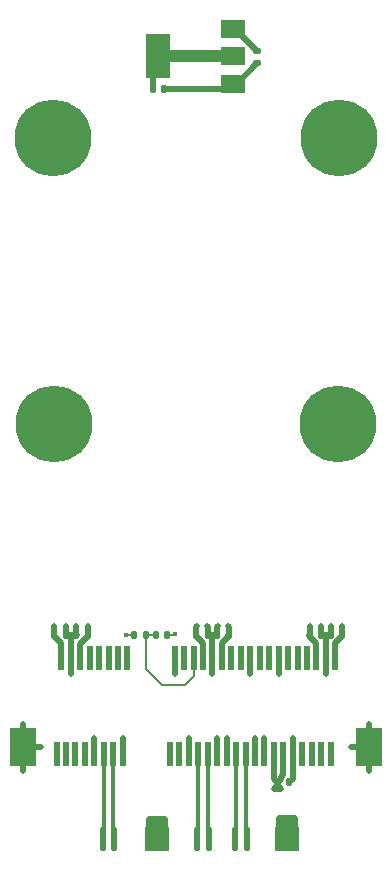
<source format=gtl>
%TF.GenerationSoftware,KiCad,Pcbnew,7.0.11-2.fc39*%
%TF.CreationDate,2024-03-16T22:06:28+01:00*%
%TF.ProjectId,mini-pcie-breakout,6d696e69-2d70-4636-9965-2d627265616b,rev?*%
%TF.SameCoordinates,Original*%
%TF.FileFunction,Copper,L1,Top*%
%TF.FilePolarity,Positive*%
%FSLAX46Y46*%
G04 Gerber Fmt 4.6, Leading zero omitted, Abs format (unit mm)*
G04 Created by KiCad (PCBNEW 7.0.11-2.fc39) date 2024-03-16 22:06:28*
%MOMM*%
%LPD*%
G01*
G04 APERTURE LIST*
G04 Aperture macros list*
%AMRoundRect*
0 Rectangle with rounded corners*
0 $1 Rounding radius*
0 $2 $3 $4 $5 $6 $7 $8 $9 X,Y pos of 4 corners*
0 Add a 4 corners polygon primitive as box body*
4,1,4,$2,$3,$4,$5,$6,$7,$8,$9,$2,$3,0*
0 Add four circle primitives for the rounded corners*
1,1,$1+$1,$2,$3*
1,1,$1+$1,$4,$5*
1,1,$1+$1,$6,$7*
1,1,$1+$1,$8,$9*
0 Add four rect primitives between the rounded corners*
20,1,$1+$1,$2,$3,$4,$5,0*
20,1,$1+$1,$4,$5,$6,$7,0*
20,1,$1+$1,$6,$7,$8,$9,0*
20,1,$1+$1,$8,$9,$2,$3,0*%
G04 Aperture macros list end*
%TA.AperFunction,SMDPad,CuDef*%
%ADD10R,2.000000X2.000000*%
%TD*%
%TA.AperFunction,SMDPad,CuDef*%
%ADD11RoundRect,0.125000X-0.125000X-0.875000X0.125000X-0.875000X0.125000X0.875000X-0.125000X0.875000X0*%
%TD*%
%TA.AperFunction,SMDPad,CuDef*%
%ADD12RoundRect,0.140000X-0.140000X-0.170000X0.140000X-0.170000X0.140000X0.170000X-0.140000X0.170000X0*%
%TD*%
%TA.AperFunction,SMDPad,CuDef*%
%ADD13RoundRect,0.140000X-0.170000X0.140000X-0.170000X-0.140000X0.170000X-0.140000X0.170000X0.140000X0*%
%TD*%
%TA.AperFunction,SMDPad,CuDef*%
%ADD14R,2.300000X3.200000*%
%TD*%
%TA.AperFunction,SMDPad,CuDef*%
%ADD15R,0.600000X2.000000*%
%TD*%
%TA.AperFunction,SMDPad,CuDef*%
%ADD16RoundRect,0.135000X-0.135000X-0.185000X0.135000X-0.185000X0.135000X0.185000X-0.135000X0.185000X0*%
%TD*%
%TA.AperFunction,SMDPad,CuDef*%
%ADD17R,2.000000X1.500000*%
%TD*%
%TA.AperFunction,SMDPad,CuDef*%
%ADD18R,2.000000X3.800000*%
%TD*%
%TA.AperFunction,SMDPad,CuDef*%
%ADD19RoundRect,0.140000X0.140000X0.170000X-0.140000X0.170000X-0.140000X-0.170000X0.140000X-0.170000X0*%
%TD*%
%TA.AperFunction,ComponentPad*%
%ADD20C,6.500000*%
%TD*%
%TA.AperFunction,ViaPad*%
%ADD21C,0.450000*%
%TD*%
%TA.AperFunction,Conductor*%
%ADD22C,0.500000*%
%TD*%
%TA.AperFunction,Conductor*%
%ADD23C,0.127000*%
%TD*%
%TA.AperFunction,Conductor*%
%ADD24C,1.000000*%
%TD*%
%TA.AperFunction,Conductor*%
%ADD25C,0.250000*%
%TD*%
%TA.AperFunction,Conductor*%
%ADD26C,0.300000*%
%TD*%
G04 APERTURE END LIST*
D10*
%TO.P,TP2,1,1*%
%TO.N,GND*%
X56750000Y-98000000D03*
%TD*%
D11*
%TO.P,J4,1,Pin_1*%
%TO.N,/CLK-*%
X52150000Y-98000000D03*
%TO.P,J4,2,Pin_2*%
%TO.N,/CLK+*%
X53150000Y-98000000D03*
%TD*%
D12*
%TO.P,C5,1*%
%TO.N,+3V3*%
X48070000Y-80700000D03*
%TO.P,C5,2*%
%TO.N,GND*%
X49030000Y-80700000D03*
%TD*%
D11*
%TO.P,J3,1,Pin_1*%
%TO.N,/TX-*%
X63350000Y-98000000D03*
%TO.P,J3,2,Pin_2*%
%TO.N,/TX+*%
X64350000Y-98000000D03*
%TD*%
D12*
%TO.P,C2,1*%
%TO.N,+1V5*%
X69670000Y-80700000D03*
%TO.P,C2,2*%
%TO.N,GND*%
X70630000Y-80700000D03*
%TD*%
D13*
%TO.P,C8,1*%
%TO.N,+3V3*%
X65250000Y-31290000D03*
%TO.P,C8,2*%
%TO.N,GND*%
X65250000Y-32250000D03*
%TD*%
D14*
%TO.P,J1,MP,MP*%
%TO.N,GND*%
X74700000Y-90200000D03*
X45400000Y-90200000D03*
D15*
%TO.P,J1,52,+3V3AUX*%
%TO.N,+3V3*%
X71850000Y-82600000D03*
%TO.P,J1,51,Reserved*%
%TO.N,unconnected-(J1-Reserved-Pad51)*%
X71450000Y-90800000D03*
%TO.P,J1,50,GND*%
%TO.N,GND*%
X71050000Y-82600000D03*
%TO.P,J1,49,Reserved*%
%TO.N,unconnected-(J1-Reserved-Pad49)*%
X70650000Y-90800000D03*
%TO.P,J1,48,+1V5*%
%TO.N,+1V5*%
X70250000Y-82600000D03*
%TO.P,J1,47,Reserved*%
%TO.N,unconnected-(J1-Reserved-Pad47)*%
X69850000Y-90800000D03*
%TO.P,J1,46,~{LED_WPAN}*%
%TO.N,unconnected-(J1-~{LED_WPAN}-Pad46)*%
X69450000Y-82600000D03*
%TO.P,J1,45,Reserved*%
%TO.N,unconnected-(J1-Reserved-Pad45)*%
X69050000Y-90800000D03*
%TO.P,J1,44,~{LED_WLAN}*%
%TO.N,unconnected-(J1-~{LED_WLAN}-Pad44)*%
X68650000Y-82600000D03*
%TO.P,J1,43,GND*%
%TO.N,GND*%
X68250000Y-90800000D03*
%TO.P,J1,42,~{LED_WWAN}*%
%TO.N,unconnected-(J1-~{LED_WWAN}-Pad42)*%
X67850000Y-82600000D03*
%TO.P,J1,41,+3V3AUX*%
%TO.N,+3V3*%
X67450000Y-90800000D03*
%TO.P,J1,40,GND*%
%TO.N,GND*%
X67050000Y-82600000D03*
%TO.P,J1,39,+3V3AUX*%
%TO.N,+3V3*%
X66650000Y-90800000D03*
%TO.P,J1,38,USB_D+*%
%TO.N,unconnected-(J1-USB_D+-Pad38)*%
X66250000Y-82600000D03*
%TO.P,J1,37,GND*%
%TO.N,GND*%
X65850000Y-90800000D03*
%TO.P,J1,36,USB_D-*%
%TO.N,unconnected-(J1-USB_D--Pad36)*%
X65450000Y-82600000D03*
%TO.P,J1,35,GND*%
%TO.N,GND*%
X65050000Y-90800000D03*
%TO.P,J1,34,GND*%
X64650000Y-82600000D03*
%TO.P,J1,33,PETp0*%
%TO.N,/TX+*%
X64250000Y-90800000D03*
%TO.P,J1,32,SMB_DATA*%
%TO.N,unconnected-(J1-SMB_DATA-Pad32)*%
X63850000Y-82600000D03*
%TO.P,J1,31,PETn0*%
%TO.N,/TX-*%
X63450000Y-90800000D03*
%TO.P,J1,30,SMB_CLK*%
%TO.N,unconnected-(J1-SMB_CLK-Pad30)*%
X63050000Y-82600000D03*
%TO.P,J1,29,GND*%
%TO.N,GND*%
X62650000Y-90800000D03*
%TO.P,J1,28,+1V5*%
%TO.N,+1V5*%
X62250000Y-82600000D03*
%TO.P,J1,27,GND*%
%TO.N,GND*%
X61850000Y-90800000D03*
%TO.P,J1,26,GND*%
X61450000Y-82600000D03*
%TO.P,J1,25,PERp0*%
%TO.N,/RX+*%
X61050000Y-90800000D03*
%TO.P,J1,24,+3V3AUX*%
%TO.N,+3V3*%
X60650000Y-82600000D03*
%TO.P,J1,23,PERn0*%
%TO.N,/RX-*%
X60250000Y-90800000D03*
%TO.P,J1,22,~{PERST}*%
%TO.N,Net-(J1-~{PERST})*%
X59850000Y-82600000D03*
%TO.P,J1,21,GND*%
%TO.N,GND*%
X59450000Y-90800000D03*
%TO.P,J1,20,~{W_DISABLE}*%
%TO.N,unconnected-(J1-~{W_DISABLE}-Pad20)*%
X59050000Y-82600000D03*
%TO.P,J1,19,UIM_C4*%
%TO.N,unconnected-(J1-UIM_C4-Pad19)*%
X58650000Y-90800000D03*
%TO.P,J1,18,GND*%
%TO.N,GND*%
X58250000Y-82600000D03*
%TO.P,J1,17,UIM_C8*%
%TO.N,unconnected-(J1-UIM_C8-Pad17)*%
X57850000Y-90800000D03*
%TO.P,J1,16,UIM_VPP*%
%TO.N,unconnected-(J1-UIM_VPP-Pad16)*%
X54250000Y-82600000D03*
%TO.P,J1,15,GND*%
%TO.N,GND*%
X53850000Y-90800000D03*
%TO.P,J1,14,~{UIM_RESET}*%
%TO.N,unconnected-(J1-~{UIM_RESET}-Pad14)*%
X53450000Y-82600000D03*
%TO.P,J1,13,REFCLK+*%
%TO.N,/CLK+*%
X53050000Y-90800000D03*
%TO.P,J1,12,UIM_CLK*%
%TO.N,unconnected-(J1-UIM_CLK-Pad12)*%
X52650000Y-82600000D03*
%TO.P,J1,11,REFCLK-*%
%TO.N,/CLK-*%
X52250000Y-90800000D03*
%TO.P,J1,10,UIM_DATA*%
%TO.N,unconnected-(J1-UIM_DATA-Pad10)*%
X51850000Y-82600000D03*
%TO.P,J1,9,GND*%
%TO.N,GND*%
X51450000Y-90800000D03*
%TO.P,J1,8,UIM_PWR*%
%TO.N,unconnected-(J1-UIM_PWR-Pad8)*%
X51050000Y-82600000D03*
%TO.P,J1,7,~{CLKREQ}*%
%TO.N,unconnected-(J1-~{CLKREQ}-Pad7)*%
X50650000Y-90800000D03*
%TO.P,J1,6,+1V5*%
%TO.N,+1V5*%
X50250000Y-82600000D03*
%TO.P,J1,5,COEX2*%
%TO.N,unconnected-(J1-COEX2-Pad5)*%
X49850000Y-90800000D03*
%TO.P,J1,4,GND*%
%TO.N,GND*%
X49450000Y-82600000D03*
%TO.P,J1,3,COEX1*%
%TO.N,unconnected-(J1-COEX1-Pad3)*%
X49050000Y-90800000D03*
%TO.P,J1,2,+3V3AUX*%
%TO.N,+3V3*%
X48650000Y-82600000D03*
%TO.P,J1,1,~{WAKE}*%
%TO.N,unconnected-(J1-~{WAKE}-Pad1)*%
X48250000Y-90800000D03*
%TD*%
D10*
%TO.P,TP1,1,1*%
%TO.N,+3V3*%
X67750000Y-98000000D03*
%TD*%
D12*
%TO.P,C10,1*%
%TO.N,Net-(J1-~{PERST})*%
X56670000Y-80700000D03*
%TO.P,C10,2*%
%TO.N,GND*%
X57630000Y-80700000D03*
%TD*%
D16*
%TO.P,R1,1*%
%TO.N,+3V3*%
X54800000Y-80710000D03*
%TO.P,R1,2*%
%TO.N,Net-(J1-~{PERST})*%
X55820000Y-80710000D03*
%TD*%
D17*
%TO.P,U1,1,GND*%
%TO.N,GND*%
X63150000Y-34000000D03*
D18*
%TO.P,U1,2,VO*%
%TO.N,+1V5*%
X56850000Y-31700000D03*
D17*
X63150000Y-31700000D03*
%TO.P,U1,3,VI*%
%TO.N,+3V3*%
X63150000Y-29400000D03*
%TD*%
D12*
%TO.P,C1,1*%
%TO.N,+3V3*%
X60070000Y-80700000D03*
%TO.P,C1,2*%
%TO.N,GND*%
X61030000Y-80700000D03*
%TD*%
%TO.P,C9,1*%
%TO.N,+1V5*%
X56389999Y-34500000D03*
%TO.P,C9,2*%
%TO.N,GND*%
X57349999Y-34500000D03*
%TD*%
%TO.P,C4,1*%
%TO.N,+3V3*%
X66970000Y-93150000D03*
%TO.P,C4,2*%
%TO.N,GND*%
X67930000Y-93150000D03*
%TD*%
D11*
%TO.P,J2,1,Pin_1*%
%TO.N,/RX-*%
X60150000Y-98000000D03*
%TO.P,J2,2,Pin_2*%
%TO.N,/RX+*%
X61150000Y-98000000D03*
%TD*%
D19*
%TO.P,C6,1*%
%TO.N,+1V5*%
X62830000Y-80700000D03*
%TO.P,C6,2*%
%TO.N,GND*%
X61870000Y-80700000D03*
%TD*%
D20*
%TO.P,H3,1,1*%
%TO.N,GND*%
X72100000Y-62800000D03*
%TD*%
D19*
%TO.P,C3,1*%
%TO.N,+3V3*%
X72430000Y-80700000D03*
%TO.P,C3,2*%
%TO.N,GND*%
X71470000Y-80700000D03*
%TD*%
%TO.P,C7,1*%
%TO.N,+1V5*%
X50880000Y-80700000D03*
%TO.P,C7,2*%
%TO.N,GND*%
X49920000Y-80700000D03*
%TD*%
D20*
%TO.P,H4,1,1*%
%TO.N,GND*%
X48000000Y-62800000D03*
%TD*%
%TO.P,H2,1,1*%
%TO.N,GND*%
X47950000Y-38650000D03*
%TD*%
%TO.P,H1,1,1*%
%TO.N,GND*%
X72150000Y-38650000D03*
%TD*%
D21*
%TO.N,+3V3*%
X63900000Y-29900000D03*
X54150000Y-80700000D03*
X63150000Y-29400000D03*
X67450000Y-96700000D03*
X67750000Y-96200000D03*
X68400000Y-96200000D03*
X66650000Y-93750000D03*
X72400000Y-79950000D03*
X67100000Y-96200000D03*
X67250000Y-93750000D03*
X68100000Y-96700000D03*
X48050000Y-79950000D03*
X62400000Y-28900000D03*
X60100000Y-79950000D03*
%TO.N,GND*%
X70600000Y-79950000D03*
X49900000Y-79950000D03*
X45400000Y-88200000D03*
X63150000Y-34000000D03*
X62650000Y-89400000D03*
X65050000Y-89400000D03*
X63900000Y-34500000D03*
X57100000Y-96750000D03*
X45400000Y-92200000D03*
X62400000Y-33500000D03*
X56450000Y-96750000D03*
X64650000Y-84000000D03*
X58300000Y-80650000D03*
X49450000Y-84000000D03*
X51450000Y-89400000D03*
X68250000Y-89400000D03*
X56100000Y-96250000D03*
X71500000Y-79950000D03*
X56750000Y-96250000D03*
X59450000Y-89400000D03*
X57400000Y-96250000D03*
X53850000Y-89400000D03*
X65850000Y-89400000D03*
X71050000Y-84000000D03*
X61900000Y-79950000D03*
X49050000Y-79950000D03*
X61000000Y-79950000D03*
X74700000Y-88200000D03*
X67050000Y-84000000D03*
X74700000Y-92200000D03*
X58250000Y-84000000D03*
X46950000Y-90200000D03*
X73150000Y-90200000D03*
X61450000Y-84000000D03*
X61850000Y-89400000D03*
%TO.N,+1V5*%
X69700000Y-79950000D03*
X56100000Y-30050000D03*
X57600000Y-32650000D03*
X57600000Y-33350000D03*
X62800000Y-79950000D03*
X50900000Y-79950000D03*
X57599999Y-31700000D03*
X56100000Y-30750000D03*
X56099999Y-31700000D03*
X56100000Y-33350000D03*
X56100000Y-32650000D03*
X57600000Y-30750000D03*
X57600000Y-30050000D03*
%TD*%
D22*
%TO.N,+3V3*%
X67450000Y-96700000D02*
X67450000Y-97500000D01*
X72430000Y-79980000D02*
X72400000Y-79950000D01*
X67750000Y-96200000D02*
X68100000Y-96200000D01*
X68400000Y-96200000D02*
X68400000Y-97550000D01*
X48650000Y-82600000D02*
X48650000Y-81400000D01*
X67250000Y-93750000D02*
X66650000Y-93750000D01*
X60070000Y-80700000D02*
X60070000Y-79980000D01*
X48070000Y-79970000D02*
X48050000Y-79950000D01*
X68100000Y-96200000D02*
X68400000Y-96200000D01*
X60650000Y-82600000D02*
X60650000Y-81400000D01*
X67750000Y-97950000D02*
X67750000Y-96200000D01*
X67450000Y-92550000D02*
X67250000Y-92750000D01*
X66970000Y-93150000D02*
X66970000Y-93470000D01*
X66970000Y-93430000D02*
X66650000Y-93750000D01*
X48070000Y-80700000D02*
X48070000Y-79970000D01*
X68100000Y-96700000D02*
X68100000Y-98050000D01*
X67450000Y-96200000D02*
X67450000Y-96700000D01*
X66970000Y-93150000D02*
X66970000Y-93430000D01*
X63350000Y-29400000D02*
X63150000Y-29400000D01*
X63600000Y-29650000D02*
X63350000Y-29400000D01*
X72430000Y-80700000D02*
X72430000Y-79980000D01*
X60070000Y-79980000D02*
X60100000Y-79950000D01*
X66970000Y-93470000D02*
X67250000Y-93750000D01*
X67750000Y-97950000D02*
X67750000Y-97900000D01*
X67450000Y-96200000D02*
X67100000Y-96200000D01*
X66970000Y-93130000D02*
X67250000Y-92850000D01*
X60050000Y-80800000D02*
X60050000Y-80700000D01*
X66970000Y-93150000D02*
X66970000Y-93130000D01*
X67250000Y-92750000D02*
X67250000Y-92850000D01*
X67750000Y-97900000D02*
X67750000Y-97850000D01*
X68100000Y-96200000D02*
X68100000Y-96700000D01*
X67100000Y-96200000D02*
X67100000Y-97750000D01*
X48050000Y-80800000D02*
X48050000Y-80700000D01*
X48650000Y-81400000D02*
X48050000Y-80800000D01*
D23*
X54800000Y-80710000D02*
X54160000Y-80710000D01*
D22*
X60650000Y-81400000D02*
X60050000Y-80800000D01*
X67750000Y-96200000D02*
X67450000Y-96200000D01*
X65240000Y-31290000D02*
X63600000Y-29650000D01*
X66650000Y-92850000D02*
X66950000Y-93150000D01*
X71850000Y-81400000D02*
X72450000Y-80800000D01*
X71850000Y-82600000D02*
X71850000Y-81400000D01*
D23*
X54160000Y-80710000D02*
X54150000Y-80700000D01*
D22*
X65250000Y-31290000D02*
X65240000Y-31290000D01*
X67450000Y-90800000D02*
X67450000Y-92550000D01*
X72450000Y-80800000D02*
X72450000Y-80700000D01*
X66650000Y-90800000D02*
X66650000Y-92850000D01*
%TO.N,GND*%
X45400000Y-90200000D02*
X45400000Y-88200000D01*
X45400000Y-90200000D02*
X46950000Y-90200000D01*
X45400000Y-90200000D02*
X45400000Y-92200000D01*
X67050000Y-82600000D02*
X67050000Y-84000000D01*
X70630000Y-79980000D02*
X70600000Y-79950000D01*
X56100000Y-96250000D02*
X56100000Y-97800000D01*
X49450000Y-82600000D02*
X49450000Y-80700000D01*
X62650000Y-90800000D02*
X62650000Y-89400000D01*
X61030000Y-80700000D02*
X61030000Y-79980000D01*
X57400000Y-96250000D02*
X57400000Y-97600000D01*
X53850000Y-90800000D02*
X53850000Y-89400000D01*
X51450000Y-90800000D02*
X51450000Y-89400000D01*
X49030000Y-80700000D02*
X49950000Y-80700000D01*
X58250000Y-82600000D02*
X58250000Y-84000000D01*
X56450000Y-96250000D02*
X56100000Y-96250000D01*
X56750000Y-96250000D02*
X57100000Y-96250000D01*
X68250000Y-90800000D02*
X68250000Y-92850000D01*
X63500000Y-34000000D02*
X63150000Y-34000000D01*
X63150000Y-34000000D02*
X63100000Y-34000000D01*
X74700000Y-90200000D02*
X73150000Y-90200000D01*
D23*
X58250000Y-80700000D02*
X58300000Y-80650000D01*
D22*
X56750000Y-98000000D02*
X56750000Y-96250000D01*
X56750000Y-96250000D02*
X56450000Y-96250000D01*
X68250000Y-92850000D02*
X67950000Y-93150000D01*
X49920000Y-79970000D02*
X49900000Y-79950000D01*
X56450000Y-96250000D02*
X56450000Y-96750000D01*
X74700000Y-90200000D02*
X74700000Y-92200000D01*
X57100000Y-96750000D02*
X57100000Y-98100000D01*
X61870000Y-79980000D02*
X61900000Y-79950000D01*
X71470000Y-80700000D02*
X71470000Y-79980000D01*
X65050000Y-90800000D02*
X65050000Y-89400000D01*
X56450000Y-96750000D02*
X56450000Y-97550000D01*
X64650000Y-82600000D02*
X64650000Y-84000000D01*
X61450000Y-82600000D02*
X61450000Y-84000000D01*
X71050000Y-82600000D02*
X71050000Y-84000000D01*
X68250000Y-90800000D02*
X68250000Y-89400000D01*
X62600000Y-34500000D02*
X63100000Y-34000000D01*
X49450000Y-82600000D02*
X49450000Y-84000000D01*
X71050000Y-82600000D02*
X71050000Y-80700000D01*
X49030000Y-79970000D02*
X49050000Y-79950000D01*
X70630000Y-80700000D02*
X71500000Y-80700000D01*
D23*
X57630000Y-80700000D02*
X58250000Y-80700000D01*
D22*
X49920000Y-80700000D02*
X49920000Y-79970000D01*
X70630000Y-80700000D02*
X70630000Y-79980000D01*
X74700000Y-90200000D02*
X74700000Y-88200000D01*
X56750000Y-97950000D02*
X56750000Y-97900000D01*
X65850000Y-90800000D02*
X65850000Y-89400000D01*
X56750000Y-98000000D02*
X56750000Y-97950000D01*
X57100000Y-96250000D02*
X57400000Y-96250000D01*
X57349999Y-34500000D02*
X62600000Y-34500000D01*
X65250000Y-32250000D02*
X63500000Y-34000000D01*
X61030000Y-79980000D02*
X61000000Y-79950000D01*
X57100000Y-96250000D02*
X57100000Y-96750000D01*
X61850000Y-90800000D02*
X61850000Y-89400000D01*
X61870000Y-80700000D02*
X61870000Y-79980000D01*
X59450000Y-90800000D02*
X59450000Y-89400000D01*
X61030000Y-80700000D02*
X61850000Y-80700000D01*
X61450000Y-82600000D02*
X61450000Y-80700000D01*
X49030000Y-80700000D02*
X49030000Y-79970000D01*
X71470000Y-79980000D02*
X71500000Y-79950000D01*
%TO.N,+1V5*%
X62830000Y-79980000D02*
X62800000Y-79950000D01*
X50880000Y-80700000D02*
X50880000Y-79970000D01*
X69670000Y-79980000D02*
X69700000Y-79950000D01*
X50880000Y-80700000D02*
X50880000Y-80820000D01*
X50880000Y-80820000D02*
X50250000Y-81450000D01*
X70250000Y-81400000D02*
X69650000Y-80800000D01*
X70250000Y-82600000D02*
X70250000Y-81400000D01*
D24*
X63150000Y-31700000D02*
X56850000Y-31700000D01*
D22*
X50250000Y-81450000D02*
X50250000Y-82600000D01*
X69670000Y-80700000D02*
X69670000Y-79980000D01*
X69650000Y-80800000D02*
X69650000Y-80700000D01*
X62800000Y-80850000D02*
X62800000Y-80700000D01*
X62250000Y-81400000D02*
X62800000Y-80850000D01*
X56389999Y-31710001D02*
X56400000Y-31700000D01*
X50880000Y-79970000D02*
X50900000Y-79950000D01*
X62830000Y-80700000D02*
X62830000Y-79980000D01*
X56389999Y-34500000D02*
X56389999Y-31710001D01*
X62250000Y-82600000D02*
X62250000Y-81400000D01*
D25*
%TO.N,/CLK-*%
X52250000Y-97900000D02*
X52200000Y-97950000D01*
D26*
X52250000Y-90800000D02*
X52250000Y-97900000D01*
%TO.N,/CLK+*%
X53050000Y-90800000D02*
X53050000Y-98050000D01*
D25*
%TO.N,/RX-*%
X60250000Y-97900000D02*
X60200000Y-97950000D01*
D26*
X60250000Y-90800000D02*
X60250000Y-97900000D01*
%TO.N,/RX+*%
X61050000Y-90800000D02*
X61050000Y-98000000D01*
D25*
X61050000Y-98000000D02*
X61100000Y-98050000D01*
D26*
%TO.N,/TX-*%
X63450000Y-90800000D02*
X63450000Y-97850000D01*
D25*
X63450000Y-97850000D02*
X63350000Y-97950000D01*
D26*
%TO.N,/TX+*%
X64250000Y-90800000D02*
X64250000Y-97850000D01*
D25*
X64250000Y-97850000D02*
X64300000Y-97900000D01*
D23*
%TO.N,Net-(J1-~{PERST})*%
X59150000Y-84900000D02*
X57150000Y-84900000D01*
X59850000Y-82600000D02*
X59850000Y-84200000D01*
X57150000Y-84900000D02*
X55800000Y-83550000D01*
X56690000Y-80710000D02*
X56700000Y-80700000D01*
X55820000Y-80710000D02*
X56690000Y-80710000D01*
X55800000Y-83550000D02*
X55800000Y-80700000D01*
X59850000Y-84200000D02*
X59150000Y-84900000D01*
%TD*%
M02*

</source>
